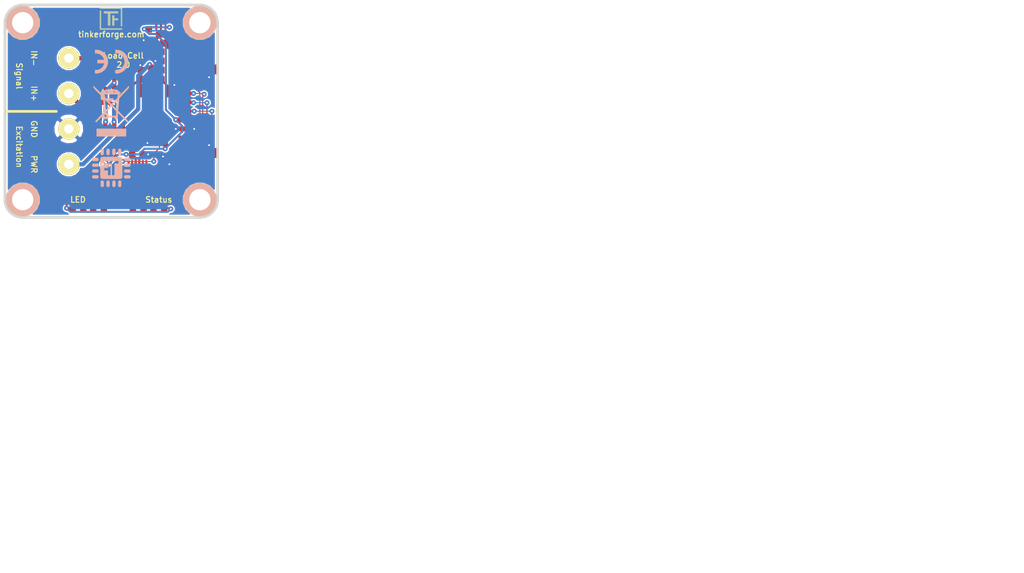
<source format=kicad_pcb>
(kicad_pcb (version 4) (host pcbnew 4.0.7-e2-6376~58~ubuntu17.04.1)
  (title_block (title "Load Cell Bricklet") (date 2018-01-11) (rev 2.0) (company "Tinkerforge GmbH") (comment 1 "Licensed under CERN OHL v.1.1") (comment 2 "Copyright (©) 2018, B.Nordmeyer <bastian@tinkerforge.com>"))
  (layers (0 Vorderseite signal) (31 Rückseite signal) (34 B.Paste user) (35 F.Paste user) (36 B.SilkS user) (37 F.SilkS user) (38 B.Mask user) (39 F.Mask user) (44 Edge.Cuts user))
  (net 0 "")
  (net 1 AGND)
  (net 2 3V3)
  (net 3 "Net-(P1-Pad6)")
  (net 4 +5V)
  (net 5 +5VA)
  (net 6 "Net-(P2-Pad2)")
  (net 7 "Net-(C1-Pad1)")
  (net 8 "Net-(D1-Pad2)")
  (net 9 "Net-(D2-Pad2)")
  (net 10 "Net-(L1-Pad2)")
  (net 11 "Net-(P1-Pad4)")
  (net 12 "Net-(P1-Pad5)")
  (net 13 "Net-(P3-Pad1)")
  (net 14 "Net-(P4-Pad1)")
  (net 15 "Net-(P4-Pad2)")
  (net 16 "Net-(R1-Pad1)")
  (net 17 "Net-(R2-Pad1)")
  (net 18 S-MISO)
  (net 19 S-MOSI)
  (net 20 S-CLK)
  (net 21 S-CS)
  (net 22 PD_SCK)
  (net 23 DOUT)
  (net 24 RATE)
  (net 25 "Net-(RP2-Pad1)")
  (net 26 "Net-(RP2-Pad4)")
  (module kicad-libraries:Fiducial_Mark (layer Vorderseite) (at 145.15 113.375)
    (fp_text reference Fiducial_Mark hide)
    (fp_text value VAL** hide)
    (pad 1 smd circle (at 0 0) (size 1.00076 1.00076) (layers Vorderseite F.Paste F.Mask) (clearance 0.65024))
  )
  (module kicad-libraries:C0805 (layer Vorderseite) (at 159.75 86.675)
    (fp_text reference L1)
    (fp_text value 1µH)
    (pad 1 smd rect (at -1.00076 0) (size 1.00076 1.24968) (layers Vorderseite F.Paste F.Mask) (net 2 3V3) (clearance 0.14986))
    (pad 2 smd rect (at 1.00076 0) (size 1.00076 1.24968) (layers Vorderseite F.Paste F.Mask) (net 10 "Net-(L1-Pad2)") (clearance 0.14986))
  )
  (module kicad-libraries:WEEE_7mm (layer Rückseite) (at 153.05 100.075 180)
    (fp_text reference G*** hide)
    (fp_text value LOGO hide)
  )
  (module kicad-libraries:Fiducial_Mark (layer Vorderseite) (at 166.05 108.075)
    (fp_text reference Fiducial_Mark hide)
    (fp_text value VAL** hide)
    (pad 1 smd circle (at 0 0) (size 1.00076 1.00076) (layers Vorderseite F.Paste F.Mask) (clearance 0.65024))
  )
  (module kicad-libraries:Fiducial_Mark (layer Vorderseite) (at 145.55 86.575)
    (fp_text reference Fiducial_Mark hide)
    (fp_text value VAL** hide)
    (pad 1 smd circle (at 0 0) (size 1.00076 1.00076) (layers Vorderseite F.Paste F.Mask) (clearance 0.65024))
  )
  (module kicad-libraries:DRILL_NP (layer Vorderseite) (at 165.55 87.575)
    (fp_text reference U7 hide)
    (fp_text value DRILL hide)
    (pad "" np_thru_hole circle (at 0 0) (size 2.99974 2.99974) (drill 2.99974) (layers *.Cu *.Mask F.SilkS) (clearance 0.89916))
  )
  (module kicad-libraries:DRILL_NP (layer Vorderseite) (at 140.55 87.575)
    (fp_text reference U6 hide)
    (fp_text value DRILL hide)
    (pad "" np_thru_hole circle (at 0 0) (size 2.99974 2.99974) (drill 2.99974) (layers *.Cu *.Mask F.SilkS) (clearance 0.89916))
  )
  (module kicad-libraries:DRILL_NP (layer Vorderseite) (at 140.55 112.575)
    (fp_text reference U5 hide)
    (fp_text value DRILL hide)
    (pad "" np_thru_hole circle (at 0 0) (size 2.99974 2.99974) (drill 2.99974) (layers *.Cu *.Mask F.SilkS) (clearance 0.89916))
  )
  (module kicad-libraries:DRILL_NP (layer Vorderseite) (at 165.55 112.575)
    (fp_text reference U4 hide)
    (fp_text value DRILL hide)
    (pad "" np_thru_hole circle (at 0 0) (size 2.99974 2.99974) (drill 2.99974) (layers *.Cu *.Mask F.SilkS) (clearance 0.89916))
  )
  (module kicad-libraries:CE_5mm (layer Rückseite) (at 153.05 93.075 180)
    (fp_text reference VAL hide)
    (fp_text value CE_5mm hide)
  )
  (module kicad-libraries:Logo_31x31 (layer Vorderseite) (at 151.425 85.4)
    (fp_text reference G*** hide)
    (fp_text value Logo_31x31 hide)
  )
  (module kicad-libraries:SOP16L (layer Vorderseite) (at 156.65 100.075 180)
    (fp_text reference U3)
    (fp_text value HX711)
    (pad 1 smd rect (at -4.445 2.7 180) (size 0.5 1.5) (layers Vorderseite F.Paste F.Mask) (net 5 +5VA) (clearance 0.14986))
    (pad 2 smd rect (at -3.175 2.7 180) (size 0.5 1.5) (layers Vorderseite F.Paste F.Mask) (clearance 0.14986))
    (pad 3 smd rect (at -1.905 2.7 180) (size 0.5 1.5) (layers Vorderseite F.Paste F.Mask) (net 5 +5VA) (clearance 0.14986))
    (pad 4 smd rect (at -0.635 2.7 180) (size 0.5 1.5) (layers Vorderseite F.Paste F.Mask) (net 1 AGND) (clearance 0.14986))
    (pad 5 smd rect (at 0.635 2.7 180) (size 0.5 1.5) (layers Vorderseite F.Paste F.Mask) (net 1 AGND) (clearance 0.14986))
    (pad 6 smd rect (at 1.905 2.7 180) (size 0.5 1.5) (layers Vorderseite F.Paste F.Mask) (clearance 0.14986))
    (pad 7 smd rect (at 3.175 2.7 180) (size 0.5 1.5) (layers Vorderseite F.Paste F.Mask) (net 15 "Net-(P4-Pad2)"))
    (pad 8 smd rect (at 4.445 2.7 180) (size 0.5 1.5) (layers Vorderseite F.Paste F.Mask) (net 14 "Net-(P4-Pad1)"))
    (pad 9 smd rect (at 4.445 -2.7 180) (size 0.5 1.5) (layers Vorderseite F.Paste F.Mask) (net 15 "Net-(P4-Pad2)"))
    (pad 10 smd rect (at 3.175 -2.7 180) (size 0.5 1.5) (layers Vorderseite F.Paste F.Mask) (net 14 "Net-(P4-Pad1)"))
    (pad 11 smd rect (at 1.905 -2.7 180) (size 0.5 1.5) (layers Vorderseite F.Paste F.Mask) (net 26 "Net-(RP2-Pad4)"))
    (pad 12 smd rect (at 0.635 -2.7 180) (size 0.5 1.5) (layers Vorderseite F.Paste F.Mask) (net 25 "Net-(RP2-Pad1)"))
    (pad 13 smd rect (at -0.635 -2.7 180) (size 0.5 1.5) (layers Vorderseite F.Paste F.Mask))
    (pad 14 smd rect (at -1.905 -2.7 180) (size 0.5 1.5) (layers Vorderseite F.Paste F.Mask) (net 1 AGND))
    (pad 15 smd rect (at -3.175 -2.7 180) (size 0.5 1.5) (layers Vorderseite F.Paste F.Mask) (net 24 RATE))
    (pad 16 smd rect (at -4.445 -2.7 180) (size 0.5 1.5) (layers Vorderseite F.Paste F.Mask) (net 2 3V3))
  )
  (module kicad-libraries:UMLP_22 (layer Vorderseite) (at 160.05 89.275 180)
    (fp_text reference U2)
    (fp_text value FAN4860)
    (pad 3 smd rect (at -0.65 -1.05 180) (size 0.25 0.8) (layers Vorderseite F.Paste F.Mask) (net 4 +5V))
    (pad 2 smd rect (at 0 -1.05 180) (size 0.25 0.8) (layers Vorderseite F.Paste F.Mask) (net 4 +5V))
    (pad 1 smd rect (at 0.65 -1.05 180) (size 0.25 0.8) (layers Vorderseite F.Paste F.Mask) (net 1 AGND))
    (pad 4 smd rect (at -0.65 1.05 180) (size 0.25 0.8) (layers Vorderseite F.Paste F.Mask) (net 2 3V3))
    (pad 5 smd rect (at 0 1.05 180) (size 0.25 0.8) (layers Vorderseite F.Paste F.Mask) (net 10 "Net-(L1-Pad2)"))
    (pad 6 smd rect (at 0.65 1.05 180) (size 0.25 0.8) (layers Vorderseite F.Paste F.Mask) (net 2 3V3))
    (pad EP smd rect (at 0 0 180) (size 1.45 0.8) (layers Vorderseite F.Paste F.Mask) (net 1 AGND))
  )
  (module C0603F (layer Vorderseite) (at 157.95 94.275 180)
    (fp_text reference C9)
    (fp_text value 1µF)
    (pad 1 smd rect (at -0.75 0 180) (size 0.9 0.9) (layers Vorderseite F.Paste F.Mask) (net 5 +5VA))
    (pad 2 smd rect (at 0.75 0 180) (size 0.9 0.9) (layers Vorderseite F.Paste F.Mask) (net 1 AGND))
  )
  (module D0603F (layer Vorderseite) (at 159.75 113.775 180)
    (fp_text reference D2)
    (fp_text value green)
    (pad 1 smd rect (at -0.75 0 180) (size 0.9 0.9) (layers Vorderseite F.Paste F.Mask) (net 2 3V3))
    (pad 2 smd rect (at 0.75 0 180) (size 0.9 0.9) (layers Vorderseite F.Paste F.Mask) (net 9 "Net-(D2-Pad2)"))
  )
  (module kicad-libraries:AKL_5_2 (layer Vorderseite) (at 147.05 95.075 90)
    (fp_text reference P4)
    (fp_text value AKL_5_2)
    (pad 1 thru_hole circle (at -2.49936 0 90) (size 2.99974 2.99974) (drill 1.30048) (layers *.Cu *.Mask F.SilkS) (net 14 "Net-(P4-Pad1)"))
    (pad 2 thru_hole circle (at 2.49936 0 90) (size 2.99974 2.99974) (drill 1.30048) (layers *.Cu *.Mask F.SilkS) (net 15 "Net-(P4-Pad2)"))
  )
  (module kicad-libraries:AKL_5_2 (layer Vorderseite) (at 147.05 105.075 90)
    (fp_text reference P5)
    (fp_text value AKL_5_2)
    (pad 1 thru_hole circle (at -2.49936 0 90) (size 2.99974 2.99974) (drill 1.30048) (layers *.Cu *.Mask F.SilkS) (net 5 +5VA))
    (pad 2 thru_hole circle (at 2.49936 0 90) (size 2.99974 2.99974) (drill 1.30048) (layers *.Cu *.Mask F.SilkS) (net 1 AGND))
  )
  (module R0603F (layer Vorderseite) (at 156.85 113.775)
    (fp_text reference R2)
    (fp_text value 1k)
    (pad 1 smd rect (at -0.75 0) (size 0.9 0.9) (layers Vorderseite F.Paste F.Mask) (net 17 "Net-(R2-Pad1)"))
    (pad 2 smd rect (at 0.75 0) (size 0.9 0.9) (layers Vorderseite F.Paste F.Mask) (net 9 "Net-(D2-Pad2)"))
  )
  (module kicad-libraries:4X0402 (layer Vorderseite) (at 163.25 107.975 180)
    (fp_text reference RP1)
    (fp_text value 82)
    (pad 1 smd rect (at -0.7493 0.575) (size 0.29972 0.65) (layers Vorderseite F.Paste F.Mask) (net 11 "Net-(P1-Pad4)"))
    (pad 2 smd rect (at -0.24892 0.575) (size 0.29972 0.65) (layers Vorderseite F.Paste F.Mask) (net 12 "Net-(P1-Pad5)"))
    (pad 3 smd rect (at 0.24892 0.575) (size 0.29972 0.65) (layers Vorderseite F.Paste F.Mask) (net 3 "Net-(P1-Pad6)"))
    (pad 4 smd rect (at 0.7493 0.575) (size 0.29972 0.65) (layers Vorderseite F.Paste F.Mask) (net 7 "Net-(C1-Pad1)"))
    (pad 5 smd rect (at 0.7493 -0.575 180) (size 0.29972 0.65) (layers Vorderseite F.Paste F.Mask) (net 18 S-MISO))
    (pad 6 smd rect (at 0.24892 -0.575 180) (size 0.29972 0.65) (layers Vorderseite F.Paste F.Mask) (net 19 S-MOSI))
    (pad 7 smd rect (at -0.24892 -0.575 180) (size 0.29972 0.65) (layers Vorderseite F.Paste F.Mask) (net 20 S-CLK))
    (pad 8 smd rect (at -0.7493 -0.575 180) (size 0.29972 0.65) (layers Vorderseite F.Paste F.Mask) (net 21 S-CS))
  )
  (module C0402E (layer Vorderseite) (at 161.65 106.475 180)
    (fp_text reference C1)
    (fp_text value 220pF)
    (pad 1 smd rect (at -0.65 0 180) (size 0.7 0.9) (layers Vorderseite F.Paste F.Mask) (net 7 "Net-(C1-Pad1)"))
    (pad 2 smd rect (at 0.65 0 180) (size 0.7 0.9) (layers Vorderseite F.Paste F.Mask) (net 1 AGND))
  )
  (module C0603F (layer Vorderseite) (at 156.75 106.175)
    (fp_text reference C2)
    (fp_text value 100nF)
    (pad 1 smd rect (at -0.75 0) (size 0.9 0.9) (layers Vorderseite F.Paste F.Mask) (net 2 3V3))
    (pad 2 smd rect (at 0.75 0) (size 0.9 0.9) (layers Vorderseite F.Paste F.Mask) (net 1 AGND))
  )
  (module C0603F (layer Vorderseite) (at 158.35 89.275 90)
    (fp_text reference C3)
    (fp_text value 2.2µF)
    (pad 1 smd rect (at -0.75 0 90) (size 0.9 0.9) (layers Vorderseite F.Paste F.Mask) (net 1 AGND))
    (pad 2 smd rect (at 0.75 0 90) (size 0.9 0.9) (layers Vorderseite F.Paste F.Mask) (net 2 3V3))
  )
  (module C0603F (layer Vorderseite) (at 160.85 91.675)
    (fp_text reference C4)
    (fp_text value 4.7µF)
    (pad 1 smd rect (at -0.75 0) (size 0.9 0.9) (layers Vorderseite F.Paste F.Mask) (net 1 AGND))
    (pad 2 smd rect (at 0.75 0) (size 0.9 0.9) (layers Vorderseite F.Paste F.Mask) (net 4 +5V))
  )
  (module C0603F (layer Vorderseite) (at 160.85 92.975 180)
    (fp_text reference C5)
    (fp_text value 100nF)
    (pad 1 smd rect (at -0.75 0 180) (size 0.9 0.9) (layers Vorderseite F.Paste F.Mask) (net 4 +5V))
    (pad 2 smd rect (at 0.75 0 180) (size 0.9 0.9) (layers Vorderseite F.Paste F.Mask) (net 1 AGND))
  )
  (module C0603F (layer Vorderseite) (at 160.85 95.575 180)
    (fp_text reference C6)
    (fp_text value 100nF)
    (pad 1 smd rect (at -0.75 0 180) (size 0.9 0.9) (layers Vorderseite F.Paste F.Mask) (net 1 AGND))
    (pad 2 smd rect (at 0.75 0 180) (size 0.9 0.9) (layers Vorderseite F.Paste F.Mask) (net 5 +5VA))
  )
  (module C0603F (layer Vorderseite) (at 159.85 104.575)
    (fp_text reference C7)
    (fp_text value 100nF)
    (pad 1 smd rect (at -0.75 0) (size 0.9 0.9) (layers Vorderseite F.Paste F.Mask) (net 1 AGND))
    (pad 2 smd rect (at 0.75 0) (size 0.9 0.9) (layers Vorderseite F.Paste F.Mask) (net 2 3V3))
  )
  (module C0603F (layer Vorderseite) (at 157.95 95.575 180)
    (fp_text reference C8)
    (fp_text value 100nF)
    (pad 1 smd rect (at -0.75 0 180) (size 0.9 0.9) (layers Vorderseite F.Paste F.Mask) (net 5 +5VA))
    (pad 2 smd rect (at 0.75 0 180) (size 0.9 0.9) (layers Vorderseite F.Paste F.Mask) (net 1 AGND))
  )
  (module D0603F (layer Vorderseite) (at 148.35 113.775)
    (fp_text reference D1)
    (fp_text value blue)
    (pad 1 smd rect (at -0.75 0) (size 0.9 0.9) (layers Vorderseite F.Paste F.Mask) (net 2 3V3))
    (pad 2 smd rect (at 0.75 0) (size 0.9 0.9) (layers Vorderseite F.Paste F.Mask) (net 8 "Net-(D1-Pad2)"))
  )
  (module kicad-libraries:R0603F (layer Vorderseite) (at 160.85 94.275)
    (fp_text reference L2)
    (fp_text value FB0603-2)
    (pad 1 smd rect (at -0.75 0) (size 0.9 0.9) (layers Vorderseite F.Paste F.Mask) (net 5 +5VA))
    (pad 2 smd rect (at 0.75 0) (size 0.9 0.9) (layers Vorderseite F.Paste F.Mask) (net 4 +5V))
  )
  (module kicad-libraries:CON-SENSOR2 (layer Vorderseite) (at 168.05 100.075 90)
    (fp_text reference P1)
    (fp_text value CON-SENSOR)
    (pad 1 smd rect (at -3.75 -4.6 90) (size 0.6 1.8) (layers Vorderseite F.Paste F.Mask))
    (pad 2 smd rect (at -2.5 -4.6 90) (size 0.6 1.8) (layers Vorderseite F.Paste F.Mask) (net 1 AGND))
    (pad EP smd rect (at -5.9 -1.2 90) (size 1.4 2.4) (layers Vorderseite F.Paste F.Mask) (net 1 AGND))
    (pad EP smd rect (at 5.9 -1.2 90) (size 1.4 2.4) (layers Vorderseite F.Paste F.Mask) (net 1 AGND))
    (pad 3 smd rect (at -1.25 -4.6 90) (size 0.6 1.8) (layers Vorderseite F.Paste F.Mask) (net 2 3V3))
    (pad 4 smd rect (at 0 -4.6 90) (size 0.6 1.8) (layers Vorderseite F.Paste F.Mask) (net 11 "Net-(P1-Pad4)"))
    (pad 5 smd rect (at 1.25 -4.6 90) (size 0.6 1.8) (layers Vorderseite F.Paste F.Mask) (net 12 "Net-(P1-Pad5)"))
    (pad 6 smd rect (at 2.5 -4.6 90) (size 0.6 1.8) (layers Vorderseite F.Paste F.Mask) (net 3 "Net-(P1-Pad6)"))
    (pad 7 smd rect (at 3.75 -4.6 90) (size 0.6 1.8) (layers Vorderseite F.Paste F.Mask) (net 7 "Net-(C1-Pad1)"))
  )
  (module kicad-libraries:SolderJumper (layer Vorderseite) (at 160.75 108.675 180)
    (fp_text reference P2)
    (fp_text value Boot)
    (pad 2 smd rect (at 0.55 0 180) (size 0.3 1.4) (layers Vorderseite F.Mask) (net 6 "Net-(P2-Pad2)"))
    (pad 2 smd rect (at 0.15 0 180) (size 0.6 0.5) (layers Vorderseite F.Mask) (net 6 "Net-(P2-Pad2)"))
    (pad 1 smd rect (at -0.5 0 180) (size 0.4 1.4) (layers Vorderseite F.Mask) (net 1 AGND))
    (pad 1 smd rect (at -0.225 0.55 180) (size 0.95 0.3) (layers Vorderseite F.Mask) (net 1 AGND))
    (pad 1 smd rect (at -0.225 -0.55 180) (size 0.95 0.3) (layers Vorderseite F.Mask) (net 1 AGND))
  )
  (module kicad-libraries:DEBUG_PAD (layer Vorderseite) (at 160.45 110.075 90)
    (fp_text reference P3)
    (fp_text value Debug)
    (pad 1 smd circle (at 0 0 90) (size 0.7 0.7) (layers Vorderseite F.Paste F.Mask) (net 13 "Net-(P3-Pad1)"))
  )
  (module R0603F (layer Vorderseite) (at 151.25 113.775 180)
    (fp_text reference R1)
    (fp_text value 1k)
    (pad 1 smd rect (at -0.75 0 180) (size 0.9 0.9) (layers Vorderseite F.Paste F.Mask) (net 16 "Net-(R1-Pad1)"))
    (pad 2 smd rect (at 0.75 0 180) (size 0.9 0.9) (layers Vorderseite F.Paste F.Mask) (net 8 "Net-(D1-Pad2)"))
  )
  (module kicad-libraries:QFN24-4x4mm-0.5mm (layer Vorderseite) (at 156.75 109.475 180)
    (fp_text reference U1)
    (fp_text value XMC1XXX24)
    (pad 1 smd oval (at -2.025 -1.25 180) (size 1 0.3) (layers Vorderseite F.Paste F.Mask) (net 18 S-MISO))
    (pad 2 smd oval (at -2.025 -0.75 180) (size 1 0.3) (layers Vorderseite F.Paste F.Mask) (net 13 "Net-(P3-Pad1)"))
    (pad 3 smd oval (at -2.025 -0.25 180) (size 1 0.3) (layers Vorderseite F.Paste F.Mask))
    (pad 4 smd oval (at -2.025 0.25 180) (size 1 0.3) (layers Vorderseite F.Paste F.Mask) (net 6 "Net-(P2-Pad2)"))
    (pad 5 smd oval (at -2.025 0.75 180) (size 1 0.3) (layers Vorderseite F.Paste F.Mask))
    (pad 6 smd oval (at -2.025 1.25 180) (size 1 0.3) (layers Vorderseite F.Paste F.Mask))
    (pad 7 smd oval (at -1.25 2.025 270) (size 1 0.3) (layers Vorderseite F.Paste F.Mask))
    (pad 8 smd oval (at -0.75 2.025 270) (size 1 0.3) (layers Vorderseite F.Paste F.Mask))
    (pad 9 smd oval (at -0.25 2.025 270) (size 1 0.3) (layers Vorderseite F.Paste F.Mask) (net 1 AGND))
    (pad 10 smd oval (at 0.25 2.025 270) (size 1 0.3) (layers Vorderseite F.Paste F.Mask) (net 2 3V3))
    (pad 11 smd oval (at 0.75 2.025 270) (size 1 0.3) (layers Vorderseite F.Paste F.Mask))
    (pad 12 smd oval (at 1.25 2.025 270) (size 1 0.3) (layers Vorderseite F.Paste F.Mask))
    (pad 13 smd oval (at 2.025 1.25 180) (size 1 0.3) (layers Vorderseite F.Paste F.Mask))
    (pad 14 smd oval (at 2.025 0.75 180) (size 1 0.3) (layers Vorderseite F.Paste F.Mask))
    (pad 15 smd oval (at 2.025 0.25 180) (size 1 0.3) (layers Vorderseite F.Paste F.Mask))
    (pad 16 smd oval (at 2.025 -0.25 180) (size 1 0.3) (layers Vorderseite F.Paste F.Mask) (net 24 RATE))
    (pad 17 smd oval (at 2.025 -0.75 180) (size 1 0.3) (layers Vorderseite F.Paste F.Mask) (net 23 DOUT))
    (pad 18 smd oval (at 2.025 -1.25 180) (size 1 0.3) (layers Vorderseite F.Paste F.Mask))
    (pad 19 smd oval (at 1.25 -2.025 270) (size 1 0.3) (layers Vorderseite F.Paste F.Mask) (net 22 PD_SCK))
    (pad 20 smd oval (at 0.75 -2.025 270) (size 1 0.3) (layers Vorderseite F.Paste F.Mask) (net 16 "Net-(R1-Pad1)"))
    (pad 21 smd oval (at 0.25 -2.025 270) (size 1 0.3) (layers Vorderseite F.Paste F.Mask) (net 17 "Net-(R2-Pad1)"))
    (pad 22 smd oval (at -0.25 -2.025 270) (size 1 0.3) (layers Vorderseite F.Paste F.Mask) (net 21 S-CS))
    (pad 23 smd oval (at -0.75 -2.025 270) (size 1 0.3) (layers Vorderseite F.Paste F.Mask) (net 20 S-CLK))
    (pad 24 smd oval (at -1.25 -2.025 270) (size 1 0.3) (layers Vorderseite F.Paste F.Mask) (net 19 S-MOSI))
    (pad EXP smd rect (at 0.65 0.65 180) (size 1.3 1.3) (layers Vorderseite F.Paste F.Mask) (net 1 AGND))
    (pad EXP smd rect (at 0.65 -0.65 180) (size 1.3 1.3) (layers Vorderseite F.Paste F.Mask) (net 1 AGND))
    (pad EXP smd rect (at -0.65 0.65 180) (size 1.3 1.3) (layers Vorderseite F.Paste F.Mask) (net 1 AGND))
    (pad EXP smd rect (at -0.65 -0.65 180) (size 1.3 1.3) (layers Vorderseite F.Paste F.Mask) (net 1 AGND))
  )
  (module kicad-libraries:4X0402 (layer Vorderseite) (at 153.45 105.475 135)
    (fp_text reference RP2)
    (fp_text value 82)
    (pad 1 smd rect (at -0.7493 0.575 315) (size 0.29972 0.65) (layers Vorderseite F.Paste F.Mask) (net 25 "Net-(RP2-Pad1)"))
    (pad 2 smd rect (at -0.24892 0.575 315) (size 0.29972 0.65) (layers Vorderseite F.Paste F.Mask))
    (pad 3 smd rect (at 0.24892 0.575 315) (size 0.29972 0.65) (layers Vorderseite F.Paste F.Mask))
    (pad 4 smd rect (at 0.7493 0.575 315) (size 0.29972 0.65) (layers Vorderseite F.Paste F.Mask) (net 26 "Net-(RP2-Pad4)"))
    (pad 5 smd rect (at 0.7493 -0.575 135) (size 0.29972 0.65) (layers Vorderseite F.Paste F.Mask) (net 22 PD_SCK))
    (pad 6 smd rect (at 0.24892 -0.575 135) (size 0.29972 0.65) (layers Vorderseite F.Paste F.Mask))
    (pad 7 smd rect (at -0.24892 -0.575 135) (size 0.29972 0.65) (layers Vorderseite F.Paste F.Mask))
    (pad 8 smd rect (at -0.7493 -0.575 135) (size 0.29972 0.65) (layers Vorderseite F.Paste F.Mask) (net 23 DOUT))
  )
  (module kicad-libraries:Logo_CoMCU (layer Rückseite) (at 153.05 108.075 180)
    (fp_text reference G*** hide)
    (fp_text value LOGO hide)
  )
  (gr_text Status (at 159.75 112.575) (layer F.SilkS) (effects (font (size 0.8001 0.8001) (thickness 0.14986))))
  (gr_line (start 138.05 87.575) (end 138.05 112.575) (angle 90) (layer Edge.Cuts) (width 0.381))
  (gr_line (start 165.55 85.075) (end 140.55 85.075) (angle 90) (layer Edge.Cuts) (width 0.381))
  (gr_line (start 168.05 112.575) (end 168.05 87.575) (angle 90) (layer Edge.Cuts) (width 0.381))
  (gr_line (start 140.55 115.075) (end 165.55 115.075) (angle 90) (layer Edge.Cuts) (width 0.381))
  (gr_arc (start 140.55 112.575) (end 140.55 115.075) (angle 90) (layer Edge.Cuts) (width 0.381))
  (gr_arc (start 140.55 87.575) (end 138.05 87.575) (angle 90) (layer Edge.Cuts) (width 0.381))
  (gr_arc (start 165.55 87.575) (end 165.55 85.075) (angle 90) (layer Edge.Cuts) (width 0.381))
  (gr_arc (start 165.55 112.575) (end 168.05 112.575) (angle 90) (layer Edge.Cuts) (width 0.381))
  (gr_text Excitation (at 140.05 105.1 270) (layer F.SilkS) (effects (font (size 0.8 0.8))))
  (gr_text Signal (at 140.05 95.1 270) (layer F.SilkS) (effects (font (size 0.8 0.8))))
  (gr_line (start 145.3 100.1) (end 138.05 100.1) (angle 90) (layer F.SilkS) (width 0.381))
  (gr_text PWR (at 142.15 107.575 270) (layer F.SilkS) (effects (font (size 0.8001 0.8001) (thickness 0.14986))))
  (gr_text LED (at 148.35 112.575) (layer F.SilkS) (effects (font (size 0.8001 0.8001) (thickness 0.14986))))
  (gr_text "Load Cell\n2.0" (at 154.75 92.875) (layer F.SilkS) (effects (font (size 0.8 0.8))))
  (gr_text GND (at 142.15 102.6 270) (layer F.SilkS) (effects (font (size 0.8001 0.8001) (thickness 0.14986))))
  (gr_text IN+ (at 142.15 97.6 270) (layer F.SilkS) (effects (font (size 0.8001 0.8001) (thickness 0.14986))))
  (gr_text IN- (at 142.15 92.6 270) (layer F.SilkS) (effects (font (size 0.8001 0.8001) (thickness 0.14986))))
  (gr_text tinkerforge.com (at 153.05 89.225) (layer F.SilkS) (effects (font (size 0.8001 0.8001) (thickness 0.14986))))
  (segment (start 161.25 108.675) (end 161.25 109.175) (width 0.14986) (layer Vorderseite) (net 1))
  (segment (start 161.25 109.175) (end 160.95 109.175) (width 0.14986) (layer Vorderseite) (net 1))
  (segment (start 160.95 109.175) (end 160.975 109.225) (width 0.14986) (layer Vorderseite) (net 1))
  (segment (start 160.975 108.125) (end 161.2 108.125) (width 0.14986) (layer Vorderseite) (net 1))
  (segment (start 161.2 108.125) (end 161.25 108.175) (width 0.14986) (layer Vorderseite) (net 1))
  (segment (start 161.25 108.175) (end 161.25 108.675) (width 0.14986) (layer Vorderseite) (net 1))
  (segment (start 161.25 108.675) (end 161.25 107.575) (width 0.29972) (layer Vorderseite) (net 1))
  (via (at 161.25 107.575) (size 0.70104) (drill 0.24892) (layers Vorderseite Rückseite) (net 1))
  (segment (start 166.85 94.175) (end 166.85 95.275) (width 0.59944) (layer Vorderseite) (net 1))
  (via (at 166.85 95.275) (size 0.70104) (drill 0.24892) (layers Vorderseite Rückseite) (net 1))
  (segment (start 166.85 105.975) (end 166.85 104.875) (width 0.59944) (layer Vorderseite) (net 1))
  (via (at 166.85 104.875) (size 0.70104) (drill 0.24892) (layers Vorderseite Rückseite) (net 1))
  (segment (start 161 106.475) (end 160.35 106.475) (width 0.59944) (layer Vorderseite) (net 1))
  (via (at 160.35 106.475) (size 0.70104) (drill 0.24892) (layers Vorderseite Rückseite) (net 1))
  (segment (start 163.45 102.575) (end 164.75 102.575) (width 0.7) (layer Vorderseite) (net 1))
  (via (at 164.75 102.575) (size 0.70104) (drill 0.24892) (layers Vorderseite Rückseite) (net 1))
  (segment (start 163.45 102.575) (end 162.15 102.575) (width 0.7) (layer Vorderseite) (net 1))
  (via (at 162.15 102.575) (size 0.70104) (drill 0.24892) (layers Vorderseite Rückseite) (net 1))
  (segment (start 157.5 106.175) (end 158.25 106.175) (width 0.29972) (layer Vorderseite) (net 1))
  (via (at 158.25 106.175) (size 0.70104) (drill 0.24892) (layers Vorderseite Rückseite) (net 1))
  (segment (start 159.1 104.575) (end 158.15 104.575) (width 0.29972) (layer Vorderseite) (net 1))
  (via (at 158.15 104.575) (size 0.70104) (drill 0.24892) (layers Vorderseite Rückseite) (net 1))
  (segment (start 156.1 110.125) (end 156.1 108.825) (width 0.29972) (layer Vorderseite) (net 1))
  (segment (start 157.4 110.125) (end 156.1 110.125) (width 0.29972) (layer Vorderseite) (net 1))
  (segment (start 157.4 108.825) (end 157.4 110.125) (width 0.29972) (layer Vorderseite) (net 1))
  (segment (start 157 107.45) (end 157 108.425) (width 0.29972) (layer Vorderseite) (net 1))
  (segment (start 157 108.425) (end 157.4 108.825) (width 0.29972) (layer Vorderseite) (net 1))
  (segment (start 157 107.45) (end 157 106.675) (width 0.29972) (layer Vorderseite) (net 1))
  (segment (start 157 106.675) (end 157.5 106.175) (width 0.29972) (layer Vorderseite) (net 1))
  (segment (start 159.4 90.325) (end 159.4 89.925) (width 0.29972) (layer Vorderseite) (net 1))
  (segment (start 159.4 89.925) (end 160.05 89.275) (width 0.29972) (layer Vorderseite) (net 1))
  (segment (start 159.1251 90.0501) (end 159.4 90.325) (width 0.29972) (layer Vorderseite) (net 1))
  (segment (start 159.4 90.95) (end 159.4 90.325) (width 0.29972) (layer Vorderseite) (net 1))
  (segment (start 157.1499 93.5751) (end 157.1499 94.275) (width 0.59944) (layer Vorderseite) (net 1))
  (segment (start 157.1499 93.5751) (end 157.15 93.575) (width 0.59944) (layer Vorderseite) (net 1))
  (via (at 157.15 93.575) (size 0.70104) (layers Vorderseite Rückseite) (net 1))
  (segment (start 157.1499 95.575) (end 157.1499 94.275) (width 0.59944) (layer Vorderseite) (net 1))
  (segment (start 157.285 96.41) (end 157.1499 96.2749) (width 0.29972) (layer Vorderseite) (net 1))
  (segment (start 157.285 97.375) (end 157.285 96.41) (width 0.29972) (layer Vorderseite) (net 1))
  (segment (start 156.015 97.375) (end 156.015 96.51) (width 0.29972) (layer Vorderseite) (net 1))
  (segment (start 158.555 104.0801) (end 159.0499 104.575) (width 0.59944) (layer Vorderseite) (net 1))
  (segment (start 158.555 102.775) (end 158.555 104.0801) (width 0.59944) (layer Vorderseite) (net 1))
  (via (at 161.95 96.375) (size 0.70104) (layers Vorderseite Rückseite) (net 1))
  (segment (start 161.6501 96.0751) (end 161.95 96.375) (width 0.59944) (layer Vorderseite) (net 1))
  (segment (start 157.625 91.65) (end 157.625 90.05) (width 0.29972) (layer Rückseite) (net 1))
  (segment (start 158.6125 92.6375) (end 157.625 91.65) (width 0.29972) (layer Rückseite) (net 1))
  (segment (start 161.95 96.375) (end 161.95 87.6) (width 0.29972) (layer Rückseite) (net 1))
  (segment (start 161.95 87.6) (end 161.375 87.025) (width 0.29972) (layer Rückseite) (net 1))
  (segment (start 161.375 87.025) (end 157.75 87.025) (width 0.29972) (layer Rückseite) (net 1))
  (segment (start 157.75 87.025) (end 156.85 87.925) (width 0.29972) (layer Rückseite) (net 1))
  (segment (start 156.85 87.925) (end 156.85 89.275) (width 0.29972) (layer Rückseite) (net 1))
  (segment (start 156.85 89.275) (end 157.625 90.05) (width 0.29972) (layer Rückseite) (net 1))
  (via (at 157.625 90.05) (size 0.70104) (layers Vorderseite Rückseite) (net 1))
  (segment (start 157.625 90.05) (end 157.6251 90.0501) (width 0.29972) (layer Vorderseite) (net 1))
  (segment (start 158.95 92.975) (end 158.6125 92.6375) (width 0.29972) (layer Rückseite) (net 1))
  (segment (start 159.275 92.975) (end 158.95 92.975) (width 0.29972) (layer Rückseite) (net 1))
  (segment (start 157.6251 90.0501) (end 158.375 90.0501) (width 0.29972) (layer Vorderseite) (net 1))
  (segment (start 158.375 90.0501) (end 159.1251 90.0501) (width 0.29972) (layer Vorderseite) (net 1))
  (segment (start 160.0499 91.675) (end 160.0499 92.975) (width 0.7) (layer Vorderseite) (net 1))
  (segment (start 160.0499 91.675) (end 160.0499 91.5999) (width 0.29972) (layer Vorderseite) (net 1))
  (segment (start 160.0499 91.5999) (end 159.4 90.95) (width 0.29972) (layer Vorderseite) (net 1))
  (via (at 159.275 92.975) (size 0.70104) (layers Vorderseite Rückseite) (net 1))
  (segment (start 160.0499 92.975) (end 159.275 92.975) (width 0.7) (layer Vorderseite) (net 1))
  (segment (start 161.6501 96.0751) (end 161.6501 95.575) (width 0.59944) (layer Vorderseite) (net 1))
  (segment (start 157.1499 96.2749) (end 157.1499 95.575) (width 0.29972) (layer Vorderseite) (net 1))
  (segment (start 156.95 95.575) (end 157.1499 95.575) (width 0.29972) (layer Vorderseite) (net 1))
  (segment (start 156.015 96.51) (end 156.95 95.575) (width 0.29972) (layer Vorderseite) (net 1))
  (segment (start 146.75 113.775) (end 146.75 112.775) (width 0.29972) (layer Vorderseite) (net 2))
  (segment (start 154.05 106.175) (end 155.15 106.175) (width 0.29972) (layer Rückseite) (net 2))
  (segment (start 152.65 107.575) (end 154.05 106.175) (width 0.29972) (layer Rückseite) (net 2))
  (segment (start 151.85 107.575) (end 152.65 107.575) (width 0.29972) (layer Rückseite) (net 2))
  (via (at 151.85 107.575) (size 0.70104) (drill 0.24892) (layers Vorderseite Rückseite) (net 2))
  (segment (start 151.85 110.175) (end 151.85 107.575) (width 0.29972) (layer Vorderseite) (net 2))
  (segment (start 150.15 111.875) (end 151.85 110.175) (width 0.29972) (layer Vorderseite) (net 2))
  (segment (start 147.65 111.875) (end 150.15 111.875) (width 0.29972) (layer Vorderseite) (net 2))
  (segment (start 146.75 112.775) (end 147.65 111.875) (width 0.29972) (layer Vorderseite) (net 2))
  (segment (start 147.6 113.775) (end 146.75 113.775) (width 0.29972) (layer Vorderseite) (net 2))
  (segment (start 161.35 113.775) (end 160.5 113.775) (width 0.29972) (layer Vorderseite) (net 2))
  (segment (start 161.45 113.875) (end 161.35 113.775) (width 0.29972) (layer Vorderseite) (net 2))
  (via (at 161.45 113.875) (size 0.70104) (drill 0.24892) (layers Vorderseite Rückseite) (net 2))
  (segment (start 161.05 114.275) (end 161.45 113.875) (width 0.29972) (layer Rückseite) (net 2))
  (segment (start 147.25 114.275) (end 161.05 114.275) (width 0.29972) (layer Rückseite) (net 2))
  (segment (start 146.75 113.775) (end 147.25 114.275) (width 0.29972) (layer Rückseite) (net 2))
  (via (at 146.75 113.775) (size 0.70104) (drill 0.24892) (layers Vorderseite Rückseite) (net 2))
  (segment (start 160.65 105.375) (end 163.05 102.975) (width 0.29972) (layer Rückseite) (net 2))
  (segment (start 163.05 102.175) (end 162.15 101.275) (width 0.29972) (layer Rückseite) (net 2))
  (segment (start 163.05 102.975) (end 163.05 102.175) (width 0.29972) (layer Rückseite) (net 2))
  (segment (start 160.75 90.575) (end 159.35 89.175) (width 0.29972) (layer Rückseite) (net 2))
  (segment (start 158.4 89.175) (end 157.7 88.475) (width 0.29972) (layer Rückseite) (net 2))
  (segment (start 159.35 89.175) (end 158.4 89.175) (width 0.29972) (layer Rückseite) (net 2))
  (via (at 161.25 88.225) (size 0.70104) (layers Vorderseite Rückseite) (net 2))
  (segment (start 161.25 88.225) (end 160.7 88.225) (width 0.29972) (layer Vorderseite) (net 2))
  (segment (start 157.95 88.225) (end 157.7 88.475) (width 0.29972) (layer Rückseite) (net 2))
  (segment (start 161.25 88.225) (end 157.95 88.225) (width 0.29972) (layer Rückseite) (net 2))
  (via (at 157.7 88.475) (size 0.70104) (layers Vorderseite Rückseite) (net 2))
  (segment (start 158.375 88.4499) (end 157.7251 88.4499) (width 0.29972) (layer Vorderseite) (net 2))
  (segment (start 157.7251 88.4499) (end 157.7 88.475) (width 0.29972) (layer Vorderseite) (net 2))
  (segment (start 162.15 101.275) (end 160.75 99.875) (width 0.29972) (layer Rückseite) (net 2))
  (segment (start 160.75 99.875) (end 160.75 90.575) (width 0.29972) (layer Rückseite) (net 2))
  (segment (start 163.45 101.325) (end 162.2 101.325) (width 0.7) (layer Vorderseite) (net 2))
  (via (at 162.15 101.275) (size 0.70104) (drill 0.24892) (layers Vorderseite Rückseite) (net 2))
  (segment (start 162.2 101.325) (end 162.15 101.275) (width 0.7) (layer Vorderseite) (net 2))
  (segment (start 160.6 104.575) (end 160.6 105.325) (width 0.29972) (layer Vorderseite) (net 2))
  (segment (start 160.6 105.325) (end 160.65 105.375) (width 0.29972) (layer Vorderseite) (net 2))
  (via (at 160.65 105.375) (size 0.70104) (drill 0.24892) (layers Vorderseite Rückseite) (net 2))
  (segment (start 155.15 106.175) (end 156 106.175) (width 0.29972) (layer Vorderseite) (net 2))
  (via (at 155.15 106.175) (size 0.70104) (drill 0.24892) (layers Vorderseite Rückseite) (net 2))
  (segment (start 160.65 105.375) (end 157.75 105.375) (width 0.29972) (layer Rückseite) (net 2))
  (segment (start 156.95 106.175) (end 155.15 106.175) (width 0.29972) (layer Rückseite) (net 2))
  (segment (start 157.75 105.375) (end 156.95 106.175) (width 0.29972) (layer Rückseite) (net 2))
  (segment (start 156.5 107.45) (end 156.5 106.675) (width 0.29972) (layer Vorderseite) (net 2))
  (segment (start 156.5 106.675) (end 156 106.175) (width 0.29972) (layer Vorderseite) (net 2))
  (segment (start 161.095 104.1301) (end 160.6501 104.575) (width 0.29972) (layer Vorderseite) (net 2))
  (segment (start 158.5999 88.225) (end 158.375 88.4499) (width 0.29972) (layer Vorderseite) (net 2))
  (segment (start 159.4 88.225) (end 158.5999 88.225) (width 0.29972) (layer Vorderseite) (net 2))
  (segment (start 159.4 88.225) (end 159.4 87.35076) (width 0.29972) (layer Vorderseite) (net 2))
  (segment (start 161.095 102.775) (end 161.095 104.1301) (width 0.29972) (layer Vorderseite) (net 2))
  (segment (start 159.4 87.35076) (end 158.72424 86.675) (width 0.29972) (layer Vorderseite) (net 2))
  (segment (start 163.00108 107.4) (end 163.00108 105.82392) (width 0.14986) (layer Vorderseite) (net 3))
  (segment (start 164.65 97.575) (end 163.45 97.575) (width 0.14986) (layer Vorderseite) (net 3))
  (via (at 164.65 97.575) (size 0.70104) (drill 0.24892) (layers Vorderseite Rückseite) (net 3))
  (segment (start 166.05 97.575) (end 164.65 97.575) (width 0.14986) (layer Rückseite) (net 3))
  (segment (start 166.15 97.675) (end 166.05 97.575) (width 0.14986) (layer Rückseite) (net 3))
  (via (at 166.15 97.675) (size 0.70104) (drill 0.24892) (layers Vorderseite Rückseite) (net 3))
  (segment (start 165.95 97.875) (end 166.15 97.675) (width 0.14986) (layer Vorderseite) (net 3))
  (segment (start 165.95 103.475) (end 165.95 97.875) (width 0.14986) (layer Vorderseite) (net 3))
  (segment (start 164.65 104.775) (end 165.95 103.475) (width 0.14986) (layer Vorderseite) (net 3))
  (segment (start 164.05 104.775) (end 164.65 104.775) (width 0.14986) (layer Vorderseite) (net 3))
  (segment (start 163.00108 105.82392) (end 164.05 104.775) (width 0.14986) (layer Vorderseite) (net 3))
  (segment (start 160.05 90.325) (end 160.7 90.325) (width 0.2) (layer Vorderseite) (net 4))
  (segment (start 161.6 91.675) (end 161.6 91.225) (width 0.29972) (layer Vorderseite) (net 4))
  (segment (start 161.6 91.225) (end 161.15 90.775) (width 0.29972) (layer Vorderseite) (net 4))
  (segment (start 161.15 90.775) (end 160.75 90.775) (width 0.29972) (layer Vorderseite) (net 4))
  (segment (start 160.75 90.775) (end 160.7 90.725) (width 0.29972) (layer Vorderseite) (net 4))
  (segment (start 160.7 90.725) (end 160.7 90.325) (width 0.29972) (layer Vorderseite) (net 4))
  (segment (start 161.6501 94.275) (end 161.6501 92.975) (width 0.59944) (layer Vorderseite) (net 4))
  (segment (start 161.6501 91.675) (end 161.6501 92.975) (width 0.59944) (layer Vorderseite) (net 4))
  (segment (start 158.7 94.275) (end 158.7 93.725) (width 0.59944) (layer Vorderseite) (net 5))
  (segment (start 149.05064 107.57436) (end 147.05 107.57436) (width 0.59944) (layer Rückseite) (net 5))
  (segment (start 156.85 99.775) (end 149.05064 107.57436) (width 0.59944) (layer Rückseite) (net 5))
  (segment (start 156.85 95.075) (end 156.85 99.775) (width 0.59944) (layer Rückseite) (net 5))
  (segment (start 158.45 93.475) (end 156.85 95.075) (width 0.59944) (layer Rückseite) (net 5))
  (via (at 158.45 93.475) (size 0.70104) (drill 0.24892) (layers Vorderseite Rückseite) (net 5))
  (segment (start 158.7 93.725) (end 158.45 93.475) (width 0.59944) (layer Vorderseite) (net 5))
  (segment (start 158.75 95.5749) (end 158.7501 95.575) (width 0.29972) (layer Vorderseite) (net 5))
  (segment (start 158.7501 95.8749) (end 158.555 96.07) (width 0.29972) (layer Vorderseite) (net 5))
  (segment (start 158.7501 95.575) (end 158.7501 95.8749) (width 0.29972) (layer Vorderseite) (net 5))
  (segment (start 161.095 96.6201) (end 160.0499 95.575) (width 0.29972) (layer Vorderseite) (net 5))
  (segment (start 160.0499 95.575) (end 159.75 95.575) (width 0.59944) (layer Vorderseite) (net 5))
  (segment (start 158.555 96.07) (end 158.555 97.375) (width 0.29972) (layer Vorderseite) (net 5))
  (segment (start 161.095 97.375) (end 161.095 97.02) (width 0.29972) (layer Vorderseite) (net 5))
  (segment (start 158.75 94.2751) (end 158.75 95.5749) (width 0.59944) (layer Vorderseite) (net 5))
  (segment (start 160.0499 94.275) (end 160.05 94.275) (width 0.59944) (layer Vorderseite) (net 5))
  (segment (start 161.095 97.375) (end 161.095 96.6201) (width 0.29972) (layer Vorderseite) (net 5))
  (segment (start 160.0499 94.275) (end 158.7501 94.275) (width 0.59944) (layer Vorderseite) (net 5))
  (segment (start 158.75 94.575) (end 158.7501 94.275) (width 0.59944) (layer Vorderseite) (net 5))
  (segment (start 159.75 95.575) (end 158.75 94.575) (width 0.59944) (layer Vorderseite) (net 5))
  (segment (start 160.2 108.675) (end 160.6 108.675) (width 0.14986) (layer Vorderseite) (net 6))
  (segment (start 158.775 109.225) (end 159.4 109.225) (width 0.14986) (layer Vorderseite) (net 6))
  (segment (start 159.95 108.675) (end 160.2 108.675) (width 0.14986) (layer Vorderseite) (net 6))
  (segment (start 159.4 109.225) (end 159.95 108.675) (width 0.14986) (layer Vorderseite) (net 6))
  (segment (start 162.5007 107.4) (end 162.5007 106.6757) (width 0.14986) (layer Vorderseite) (net 7))
  (segment (start 162.5007 106.6757) (end 162.3 106.475) (width 0.14986) (layer Vorderseite) (net 7))
  (segment (start 162.4757 107.375) (end 162.5007 107.4) (width 0.14986) (layer Vorderseite) (net 7))
  (segment (start 162.5007 107.4) (end 162.5007 105.8243) (width 0.14986) (layer Vorderseite) (net 7))
  (segment (start 164.4 96.325) (end 163.45 96.325) (width 0.14986) (layer Vorderseite) (net 7))
  (segment (start 165.55 97.475) (end 164.4 96.325) (width 0.14986) (layer Vorderseite) (net 7))
  (segment (start 165.55 103.275) (end 165.55 97.475) (width 0.14986) (layer Vorderseite) (net 7))
  (segment (start 164.45 104.375) (end 165.55 103.275) (width 0.14986) (layer Vorderseite) (net 7))
  (segment (start 163.95 104.375) (end 164.45 104.375) (width 0.14986) (layer Vorderseite) (net 7))
  (segment (start 162.5007 105.8243) (end 163.95 104.375) (width 0.14986) (layer Vorderseite) (net 7))
  (segment (start 149.1 113.775) (end 150.5 113.775) (width 0.14986) (layer Vorderseite) (net 8))
  (segment (start 157.6 113.775) (end 159 113.775) (width 0.14986) (layer Vorderseite) (net 9))
  (segment (start 160.05 87.35076) (end 160.72576 86.675) (width 0.29972) (layer Vorderseite) (net 10))
  (segment (start 160.05 88.225) (end 160.05 87.35076) (width 0.29972) (layer Vorderseite) (net 10))
  (segment (start 163.9993 107.4) (end 163.9993 106.2257) (width 0.14986) (layer Vorderseite) (net 11))
  (segment (start 164.75 100.075) (end 163.45 100.075) (width 0.14986) (layer Vorderseite) (net 11))
  (via (at 164.75 100.075) (size 0.70104) (drill 0.24892) (layers Vorderseite Rückseite) (net 11))
  (segment (start 167.25 100.075) (end 164.75 100.075) (width 0.14986) (layer Rückseite) (net 11))
  (via (at 167.25 100.075) (size 0.70104) (drill 0.24892) (layers Vorderseite Rückseite) (net 11))
  (segment (start 167.25 103.275) (end 167.25 100.075) (width 0.14986) (layer Vorderseite) (net 11))
  (segment (start 164.95 105.575) (end 167.25 103.275) (width 0.14986) (layer Vorderseite) (net 11))
  (segment (start 164.65 105.575) (end 164.95 105.575) (width 0.14986) (layer Vorderseite) (net 11))
  (segment (start 163.9993 106.2257) (end 164.65 105.575) (width 0.14986) (layer Vorderseite) (net 11))
  (via (at 166.55 98.875) (size 0.70104) (drill 0.24892) (layers Vorderseite Rückseite) (net 12))
  (segment (start 163.49892 106.22608) (end 164.55 105.175) (width 0.14986) (layer Vorderseite) (net 12))
  (segment (start 164.55 105.175) (end 164.85 105.175) (width 0.14986) (layer Vorderseite) (net 12))
  (segment (start 164.85 105.175) (end 166.55 103.475) (width 0.14986) (layer Vorderseite) (net 12))
  (segment (start 166.55 103.475) (end 166.55 98.875) (width 0.14986) (layer Vorderseite) (net 12))
  (segment (start 163.49892 107.4) (end 163.49892 106.22608) (width 0.14986) (layer Vorderseite) (net 12))
  (segment (start 164.6 98.825) (end 163.45 98.825) (width 0.14986) (layer Vorderseite) (net 12))
  (segment (start 164.65 98.875) (end 164.6 98.825) (width 0.14986) (layer Vorderseite) (net 12))
  (via (at 164.65 98.875) (size 0.70104) (drill 0.24892) (layers Vorderseite Rückseite) (net 12))
  (segment (start 166.55 98.875) (end 164.65 98.875) (width 0.14986) (layer Rückseite) (net 12))
  (segment (start 158.775 110.225) (end 160.3 110.225) (width 0.14986) (layer Vorderseite) (net 13))
  (segment (start 160.3 110.225) (end 160.45 110.075) (width 0.14986) (layer Vorderseite) (net 13))
  (segment (start 148.32626 98.875) (end 147.05076 97.5995) (width 0.59944) (layer Vorderseite) (net 14))
  (segment (start 152.205 97.375) (end 152.205 98.375) (width 0.59944) (layer Vorderseite) (net 14))
  (segment (start 153.475 101.6) (end 153.475 102.775) (width 0.59944) (layer Vorderseite) (net 14))
  (segment (start 153.45 101.575) (end 153.475 101.6) (width 0.59944) (layer Vorderseite) (net 14))
  (via (at 153.45 101.575) (size 0.70104) (layers Vorderseite Rückseite) (net 14))
  (segment (start 153.45 99.075) (end 153.45 101.575) (width 0.59944) (layer Rückseite) (net 14))
  (via (at 153.45 99.075) (size 0.70104) (layers Vorderseite Rückseite) (net 14))
  (segment (start 152.95 99.075) (end 153.45 99.075) (width 0.59944) (layer Vorderseite) (net 14))
  (segment (start 152.205 98.375) (end 152.205 98.52) (width 0.59944) (layer Vorderseite) (net 14))
  (segment (start 152.25 98.375) (end 152.95 99.075) (width 0.59944) (layer Vorderseite) (net 14))
  (segment (start 152.205 98.375) (end 152.25 98.375) (width 0.59944) (layer Vorderseite) (net 14))
  (segment (start 152.205 98.52) (end 151.85 98.875) (width 0.59944) (layer Vorderseite) (net 14))
  (segment (start 151.85 98.875) (end 148.32626 98.875) (width 0.59944) (layer Vorderseite) (net 14))
  (segment (start 150.97578 92.60078) (end 153.475 95.1) (width 0.59944) (layer Vorderseite) (net 15))
  (segment (start 147.05076 92.60078) (end 150.97578 92.60078) (width 0.59944) (layer Vorderseite) (net 15))
  (segment (start 153.475 95.1) (end 153.475 97.375) (width 0.59944) (layer Vorderseite) (net 15))
  (segment (start 153.45 97.35) (end 153.475 97.375) (width 0.59944) (layer Vorderseite) (net 15))
  (segment (start 152.205 101.62) (end 152.25 101.575) (width 0.59944) (layer Vorderseite) (net 15))
  (via (at 152.25 101.575) (size 0.70104) (layers Vorderseite Rückseite) (net 15))
  (segment (start 152.25 101.575) (end 152.25 97.275) (width 0.59944) (layer Rückseite) (net 15))
  (segment (start 152.25 97.275) (end 153.45 96.075) (width 0.59944) (layer Rückseite) (net 15))
  (via (at 153.45 96.075) (size 0.70104) (layers Vorderseite Rückseite) (net 15))
  (segment (start 153.45 96.075) (end 153.45 97.35) (width 0.59944) (layer Vorderseite) (net 15))
  (segment (start 152.205 102.775) (end 152.205 101.62) (width 0.59944) (layer Vorderseite) (net 15))
  (segment (start 152 113.775) (end 153.65 113.775) (width 0.14986) (layer Vorderseite) (net 16))
  (segment (start 156 112.225) (end 156 111.5) (width 0.14986) (layer Vorderseite) (net 16))
  (segment (start 155.45 112.775) (end 156 112.225) (width 0.14986) (layer Vorderseite) (net 16))
  (segment (start 154.65 112.775) (end 155.45 112.775) (width 0.14986) (layer Vorderseite) (net 16))
  (segment (start 153.65 113.775) (end 154.65 112.775) (width 0.14986) (layer Vorderseite) (net 16))
  (segment (start 156.5 111.5) (end 156.5 112.625) (width 0.14986) (layer Vorderseite) (net 17))
  (segment (start 156.1 113.025) (end 156.1 113.775) (width 0.14986) (layer Vorderseite) (net 17))
  (segment (start 156.5 112.625) (end 156.1 113.025) (width 0.14986) (layer Vorderseite) (net 17))
  (segment (start 162.5007 108.55) (end 162.5007 108.9243) (width 0.14986) (layer Vorderseite) (net 18))
  (segment (start 160.7 110.725) (end 158.775 110.725) (width 0.14986) (layer Vorderseite) (net 18))
  (segment (start 162.5007 108.9243) (end 160.7 110.725) (width 0.14986) (layer Vorderseite) (net 18))
  (segment (start 163.00108 108.55) (end 163.00108 108.92392) (width 0.14986) (layer Vorderseite) (net 19))
  (segment (start 160.425 111.5) (end 158 111.5) (width 0.14986) (layer Vorderseite) (net 19))
  (segment (start 163.00108 108.92392) (end 160.425 111.5) (width 0.14986) (layer Vorderseite) (net 19))
  (segment (start 163.49892 108.55) (end 163.49892 109.02608) (width 0.14986) (layer Vorderseite) (net 20))
  (segment (start 157.5 112.125) (end 157.5 111.5) (width 0.14986) (layer Vorderseite) (net 20))
  (segment (start 157.65 112.275) (end 157.5 112.125) (width 0.14986) (layer Vorderseite) (net 20))
  (segment (start 160.25 112.275) (end 157.65 112.275) (width 0.14986) (layer Vorderseite) (net 20))
  (segment (start 163.49892 109.02608) (end 160.25 112.275) (width 0.14986) (layer Vorderseite) (net 20))
  (segment (start 163.9993 108.55) (end 163.9993 109.0257) (width 0.14986) (layer Vorderseite) (net 21))
  (segment (start 157 112.325) (end 157 111.5) (width 0.14986) (layer Vorderseite) (net 21))
  (segment (start 157.35 112.675) (end 157 112.325) (width 0.14986) (layer Vorderseite) (net 21))
  (segment (start 160.35 112.675) (end 157.35 112.675) (width 0.14986) (layer Vorderseite) (net 21))
  (segment (start 163.9993 109.0257) (end 160.35 112.675) (width 0.14986) (layer Vorderseite) (net 21))
  (segment (start 152.513578 105.351751) (end 152.25 105.615329) (width 0.14986) (layer Vorderseite) (net 22))
  (segment (start 153.875 111.5) (end 155.5 111.5) (width 0.14986) (layer Vorderseite) (net 22))
  (segment (start 152.55 110.175) (end 153.875 111.5) (width 0.14986) (layer Vorderseite) (net 22))
  (segment (start 152.55 106.975) (end 152.55 110.175) (width 0.14986) (layer Vorderseite) (net 22))
  (segment (start 152.25 106.675) (end 152.55 106.975) (width 0.14986) (layer Vorderseite) (net 22))
  (segment (start 152.25 105.615329) (end 152.25 106.675) (width 0.14986) (layer Vorderseite) (net 22))
  (segment (start 154.725 110.225) (end 153.7 110.225) (width 0.14986) (layer Vorderseite) (net 23))
  (segment (start 153.05 106.934671) (end 153.573249 106.411422) (width 0.14986) (layer Vorderseite) (net 23))
  (segment (start 153.05 109.575) (end 153.05 106.934671) (width 0.14986) (layer Vorderseite) (net 23))
  (segment (start 153.7 110.225) (end 153.05 109.575) (width 0.14986) (layer Vorderseite) (net 23))
  (segment (start 159.05 107.175) (end 159.05 106.075) (width 0.14986) (layer Vorderseite) (net 24))
  (segment (start 159.05 106.075) (end 159.85 105.275) (width 0.14986) (layer Vorderseite) (net 24))
  (segment (start 159.825 102.775) (end 159.825 103.95) (width 0.14986) (layer Vorderseite) (net 24))
  (segment (start 159.825 103.95) (end 159.85 103.975) (width 0.14986) (layer Vorderseite) (net 24))
  (segment (start 159.85 103.975) (end 159.85 105.275) (width 0.14986) (layer Vorderseite) (net 24))
  (segment (start 153.75 108.075) (end 153.75 109.375) (width 0.14986) (layer Vorderseite) (net 24))
  (segment (start 154.65 107.175) (end 153.75 108.075) (width 0.14986) (layer Vorderseite) (net 24))
  (via (at 154.65 107.175) (size 0.70104) (drill 0.24892) (layers Vorderseite Rückseite) (net 24))
  (segment (start 159.05 107.175) (end 154.65 107.175) (width 0.14986) (layer Rückseite) (net 24))
  (via (at 159.05 107.175) (size 0.70104) (drill 0.24892) (layers Vorderseite Rückseite) (net 24))
  (segment (start 154.725 109.725) (end 154.1 109.725) (width 0.14986) (layer Vorderseite) (net 24))
  (segment (start 154.1 109.725) (end 153.75 109.375) (width 0.14986) (layer Vorderseite) (net 24))
  (segment (start 154.386422 105.598249) (end 156.015 103.969671) (width 0.14986) (layer Vorderseite) (net 25))
  (segment (start 156.015 103.969671) (end 156.015 102.775) (width 0.14986) (layer Vorderseite) (net 25))
  (segment (start 156.015 103.41) (end 156.015 102.775) (width 0.14986) (layer Vorderseite) (net 25))
  (segment (start 154.745 102.775) (end 154.745 103.58) (width 0.14986) (layer Vorderseite) (net 26))
  (segment (start 153.890329 103.975) (end 153.326751 104.538578) (width 0.14986) (layer Vorderseite) (net 26))
  (segment (start 154.35 103.975) (end 153.890329 103.975) (width 0.14986) (layer Vorderseite) (net 26))
  (segment (start 154.745 103.58) (end 154.35 103.975) (width 0.14986) (layer Vorderseite) (net 26))
  (zone (net 1) (net_name AGND) (layer Rückseite) (connect_pads (clearance 0.2)) (min_thickness 0.15) (fill yes (arc_segments 16) (thermal_gap 0.508) (thermal_bridge_width 0.508))
    (polygon (pts (xy 168.05 115.075) (xy 138.05 115.075) (xy 138.05 85.075) (xy 168.05 85.075)))
  )
  (zone (net 4) (net_name +5V) (layer Vorderseite) (connect_pads yes (clearance 0.15)) (min_thickness 0.5) (fill yes (arc_segments 16) (thermal_gap 0.508) (thermal_bridge_width 0.508))
    (polygon (pts (xy 159.95 89.975) (xy 160.85 89.975) (xy 161.85 90.975) (xy 161.85 91.375) (xy 161.15 91.375) (xy 160.35 90.875) (xy 159.95 90.875)))
  )
)
</source>
